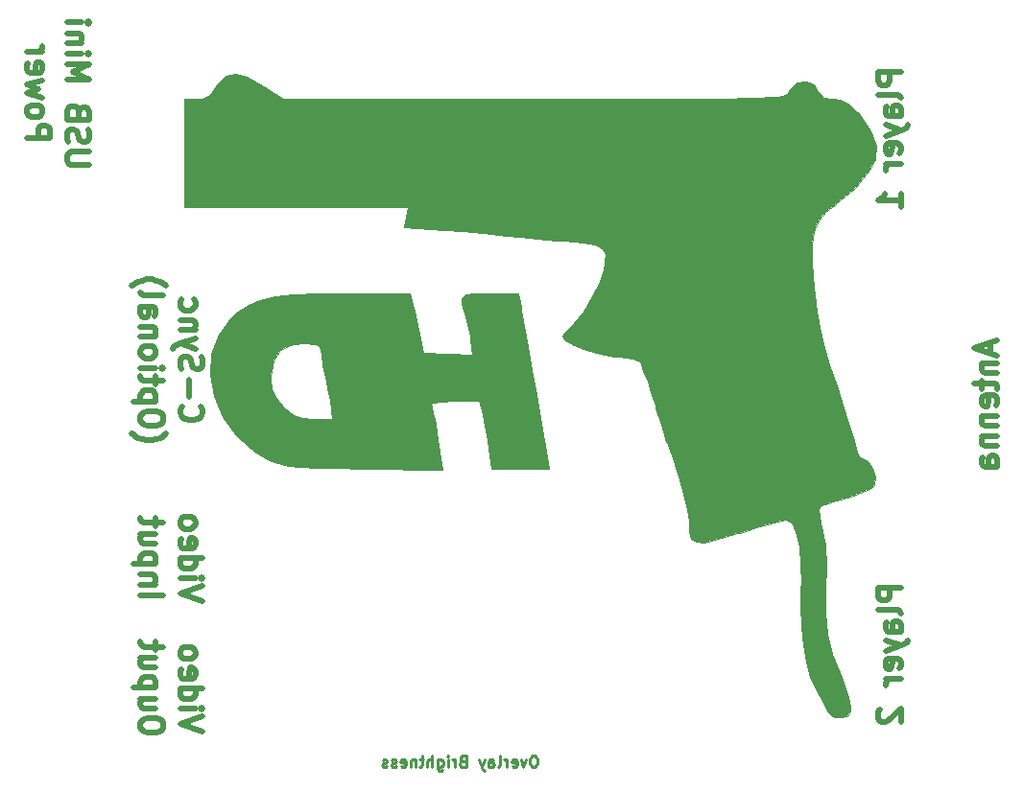
<source format=gbr>
G04 #@! TF.FileFunction,Legend,Bot*
%FSLAX46Y46*%
G04 Gerber Fmt 4.6, Leading zero omitted, Abs format (unit mm)*
G04 Created by KiCad (PCBNEW 4.0.6) date Sunday, 17 September 2017 'AMt' 11:44:48*
%MOMM*%
%LPD*%
G01*
G04 APERTURE LIST*
%ADD10C,0.100000*%
%ADD11C,0.250000*%
%ADD12C,0.500000*%
%ADD13C,0.010000*%
G04 APERTURE END LIST*
D10*
D11*
X150619049Y-133952381D02*
X150428572Y-133952381D01*
X150333334Y-134000000D01*
X150238096Y-134095238D01*
X150190477Y-134285714D01*
X150190477Y-134619048D01*
X150238096Y-134809524D01*
X150333334Y-134904762D01*
X150428572Y-134952381D01*
X150619049Y-134952381D01*
X150714287Y-134904762D01*
X150809525Y-134809524D01*
X150857144Y-134619048D01*
X150857144Y-134285714D01*
X150809525Y-134095238D01*
X150714287Y-134000000D01*
X150619049Y-133952381D01*
X149857144Y-134285714D02*
X149619049Y-134952381D01*
X149380953Y-134285714D01*
X148619048Y-134904762D02*
X148714286Y-134952381D01*
X148904763Y-134952381D01*
X149000001Y-134904762D01*
X149047620Y-134809524D01*
X149047620Y-134428571D01*
X149000001Y-134333333D01*
X148904763Y-134285714D01*
X148714286Y-134285714D01*
X148619048Y-134333333D01*
X148571429Y-134428571D01*
X148571429Y-134523810D01*
X149047620Y-134619048D01*
X148142858Y-134952381D02*
X148142858Y-134285714D01*
X148142858Y-134476190D02*
X148095239Y-134380952D01*
X148047620Y-134333333D01*
X147952382Y-134285714D01*
X147857143Y-134285714D01*
X147380953Y-134952381D02*
X147476191Y-134904762D01*
X147523810Y-134809524D01*
X147523810Y-133952381D01*
X146571428Y-134952381D02*
X146571428Y-134428571D01*
X146619047Y-134333333D01*
X146714285Y-134285714D01*
X146904762Y-134285714D01*
X147000000Y-134333333D01*
X146571428Y-134904762D02*
X146666666Y-134952381D01*
X146904762Y-134952381D01*
X147000000Y-134904762D01*
X147047619Y-134809524D01*
X147047619Y-134714286D01*
X147000000Y-134619048D01*
X146904762Y-134571429D01*
X146666666Y-134571429D01*
X146571428Y-134523810D01*
X146190476Y-134285714D02*
X145952381Y-134952381D01*
X145714285Y-134285714D02*
X145952381Y-134952381D01*
X146047619Y-135190476D01*
X146095238Y-135238095D01*
X146190476Y-135285714D01*
X144238094Y-134428571D02*
X144095237Y-134476190D01*
X144047618Y-134523810D01*
X143999999Y-134619048D01*
X143999999Y-134761905D01*
X144047618Y-134857143D01*
X144095237Y-134904762D01*
X144190475Y-134952381D01*
X144571428Y-134952381D01*
X144571428Y-133952381D01*
X144238094Y-133952381D01*
X144142856Y-134000000D01*
X144095237Y-134047619D01*
X144047618Y-134142857D01*
X144047618Y-134238095D01*
X144095237Y-134333333D01*
X144142856Y-134380952D01*
X144238094Y-134428571D01*
X144571428Y-134428571D01*
X143571428Y-134952381D02*
X143571428Y-134285714D01*
X143571428Y-134476190D02*
X143523809Y-134380952D01*
X143476190Y-134333333D01*
X143380952Y-134285714D01*
X143285713Y-134285714D01*
X142952380Y-134952381D02*
X142952380Y-134285714D01*
X142952380Y-133952381D02*
X142999999Y-134000000D01*
X142952380Y-134047619D01*
X142904761Y-134000000D01*
X142952380Y-133952381D01*
X142952380Y-134047619D01*
X142047618Y-134285714D02*
X142047618Y-135095238D01*
X142095237Y-135190476D01*
X142142856Y-135238095D01*
X142238095Y-135285714D01*
X142380952Y-135285714D01*
X142476190Y-135238095D01*
X142047618Y-134904762D02*
X142142856Y-134952381D01*
X142333333Y-134952381D01*
X142428571Y-134904762D01*
X142476190Y-134857143D01*
X142523809Y-134761905D01*
X142523809Y-134476190D01*
X142476190Y-134380952D01*
X142428571Y-134333333D01*
X142333333Y-134285714D01*
X142142856Y-134285714D01*
X142047618Y-134333333D01*
X141571428Y-134952381D02*
X141571428Y-133952381D01*
X141142856Y-134952381D02*
X141142856Y-134428571D01*
X141190475Y-134333333D01*
X141285713Y-134285714D01*
X141428571Y-134285714D01*
X141523809Y-134333333D01*
X141571428Y-134380952D01*
X140809523Y-134285714D02*
X140428571Y-134285714D01*
X140666666Y-133952381D02*
X140666666Y-134809524D01*
X140619047Y-134904762D01*
X140523809Y-134952381D01*
X140428571Y-134952381D01*
X140095237Y-134285714D02*
X140095237Y-134952381D01*
X140095237Y-134380952D02*
X140047618Y-134333333D01*
X139952380Y-134285714D01*
X139809522Y-134285714D01*
X139714284Y-134333333D01*
X139666665Y-134428571D01*
X139666665Y-134952381D01*
X138809522Y-134904762D02*
X138904760Y-134952381D01*
X139095237Y-134952381D01*
X139190475Y-134904762D01*
X139238094Y-134809524D01*
X139238094Y-134428571D01*
X139190475Y-134333333D01*
X139095237Y-134285714D01*
X138904760Y-134285714D01*
X138809522Y-134333333D01*
X138761903Y-134428571D01*
X138761903Y-134523810D01*
X139238094Y-134619048D01*
X138380951Y-134904762D02*
X138285713Y-134952381D01*
X138095237Y-134952381D01*
X137999998Y-134904762D01*
X137952379Y-134809524D01*
X137952379Y-134761905D01*
X137999998Y-134666667D01*
X138095237Y-134619048D01*
X138238094Y-134619048D01*
X138333332Y-134571429D01*
X138380951Y-134476190D01*
X138380951Y-134428571D01*
X138333332Y-134333333D01*
X138238094Y-134285714D01*
X138095237Y-134285714D01*
X137999998Y-134333333D01*
X137571427Y-134904762D02*
X137476189Y-134952381D01*
X137285713Y-134952381D01*
X137190474Y-134904762D01*
X137142855Y-134809524D01*
X137142855Y-134761905D01*
X137190474Y-134666667D01*
X137285713Y-134619048D01*
X137428570Y-134619048D01*
X137523808Y-134571429D01*
X137571427Y-134476190D01*
X137571427Y-134428571D01*
X137523808Y-134333333D01*
X137428570Y-134285714D01*
X137285713Y-134285714D01*
X137190474Y-134333333D01*
D12*
X190833333Y-97476190D02*
X190833333Y-98428571D01*
X191404762Y-97285714D02*
X189404762Y-97952381D01*
X191404762Y-98619048D01*
X190071429Y-99285714D02*
X191404762Y-99285714D01*
X190261905Y-99285714D02*
X190166667Y-99380953D01*
X190071429Y-99571429D01*
X190071429Y-99857143D01*
X190166667Y-100047619D01*
X190357143Y-100142857D01*
X191404762Y-100142857D01*
X190071429Y-100809524D02*
X190071429Y-101571429D01*
X189404762Y-101095238D02*
X191119048Y-101095238D01*
X191309524Y-101190477D01*
X191404762Y-101380953D01*
X191404762Y-101571429D01*
X191309524Y-103000000D02*
X191404762Y-102809524D01*
X191404762Y-102428572D01*
X191309524Y-102238095D01*
X191119048Y-102142857D01*
X190357143Y-102142857D01*
X190166667Y-102238095D01*
X190071429Y-102428572D01*
X190071429Y-102809524D01*
X190166667Y-103000000D01*
X190357143Y-103095238D01*
X190547619Y-103095238D01*
X190738095Y-102142857D01*
X190071429Y-103952381D02*
X191404762Y-103952381D01*
X190261905Y-103952381D02*
X190166667Y-104047620D01*
X190071429Y-104238096D01*
X190071429Y-104523810D01*
X190166667Y-104714286D01*
X190357143Y-104809524D01*
X191404762Y-104809524D01*
X190071429Y-105761905D02*
X191404762Y-105761905D01*
X190261905Y-105761905D02*
X190166667Y-105857144D01*
X190071429Y-106047620D01*
X190071429Y-106333334D01*
X190166667Y-106523810D01*
X190357143Y-106619048D01*
X191404762Y-106619048D01*
X191404762Y-108428572D02*
X190357143Y-108428572D01*
X190166667Y-108333334D01*
X190071429Y-108142858D01*
X190071429Y-107761906D01*
X190166667Y-107571429D01*
X191309524Y-108428572D02*
X191404762Y-108238096D01*
X191404762Y-107761906D01*
X191309524Y-107571429D01*
X191119048Y-107476191D01*
X190928571Y-107476191D01*
X190738095Y-107571429D01*
X190642857Y-107761906D01*
X190642857Y-108238096D01*
X190547619Y-108428572D01*
X111345238Y-81785715D02*
X109726190Y-81785715D01*
X109535714Y-81690476D01*
X109440476Y-81595238D01*
X109345238Y-81404762D01*
X109345238Y-81023810D01*
X109440476Y-80833334D01*
X109535714Y-80738095D01*
X109726190Y-80642857D01*
X111345238Y-80642857D01*
X109440476Y-79785715D02*
X109345238Y-79500000D01*
X109345238Y-79023810D01*
X109440476Y-78833334D01*
X109535714Y-78738096D01*
X109726190Y-78642857D01*
X109916667Y-78642857D01*
X110107143Y-78738096D01*
X110202381Y-78833334D01*
X110297619Y-79023810D01*
X110392857Y-79404762D01*
X110488095Y-79595238D01*
X110583333Y-79690477D01*
X110773810Y-79785715D01*
X110964286Y-79785715D01*
X111154762Y-79690477D01*
X111250000Y-79595238D01*
X111345238Y-79404762D01*
X111345238Y-78928572D01*
X111250000Y-78642857D01*
X110392857Y-77119048D02*
X110297619Y-76833334D01*
X110202381Y-76738095D01*
X110011905Y-76642857D01*
X109726190Y-76642857D01*
X109535714Y-76738095D01*
X109440476Y-76833334D01*
X109345238Y-77023810D01*
X109345238Y-77785715D01*
X111345238Y-77785715D01*
X111345238Y-77119048D01*
X111250000Y-76928572D01*
X111154762Y-76833334D01*
X110964286Y-76738095D01*
X110773810Y-76738095D01*
X110583333Y-76833334D01*
X110488095Y-76928572D01*
X110392857Y-77119048D01*
X110392857Y-77785715D01*
X109345238Y-74261905D02*
X111345238Y-74261905D01*
X109916667Y-73595238D01*
X111345238Y-72928571D01*
X109345238Y-72928571D01*
X109345238Y-71976191D02*
X110678571Y-71976191D01*
X111345238Y-71976191D02*
X111250000Y-72071429D01*
X111154762Y-71976191D01*
X111250000Y-71880952D01*
X111345238Y-71976191D01*
X111154762Y-71976191D01*
X110678571Y-71023810D02*
X109345238Y-71023810D01*
X110488095Y-71023810D02*
X110583333Y-70928571D01*
X110678571Y-70738095D01*
X110678571Y-70452381D01*
X110583333Y-70261905D01*
X110392857Y-70166667D01*
X109345238Y-70166667D01*
X109345238Y-69214286D02*
X110678571Y-69214286D01*
X111345238Y-69214286D02*
X111250000Y-69309524D01*
X111154762Y-69214286D01*
X111250000Y-69119047D01*
X111345238Y-69214286D01*
X111154762Y-69214286D01*
X105845238Y-79452381D02*
X107845238Y-79452381D01*
X107845238Y-78690476D01*
X107750000Y-78500000D01*
X107654762Y-78404761D01*
X107464286Y-78309523D01*
X107178571Y-78309523D01*
X106988095Y-78404761D01*
X106892857Y-78500000D01*
X106797619Y-78690476D01*
X106797619Y-79452381D01*
X105845238Y-77166666D02*
X105940476Y-77357142D01*
X106035714Y-77452381D01*
X106226190Y-77547619D01*
X106797619Y-77547619D01*
X106988095Y-77452381D01*
X107083333Y-77357142D01*
X107178571Y-77166666D01*
X107178571Y-76880952D01*
X107083333Y-76690476D01*
X106988095Y-76595238D01*
X106797619Y-76500000D01*
X106226190Y-76500000D01*
X106035714Y-76595238D01*
X105940476Y-76690476D01*
X105845238Y-76880952D01*
X105845238Y-77166666D01*
X107178571Y-75833333D02*
X105845238Y-75452380D01*
X106797619Y-75071428D01*
X105845238Y-74690476D01*
X107178571Y-74309523D01*
X105940476Y-72785714D02*
X105845238Y-72976190D01*
X105845238Y-73357142D01*
X105940476Y-73547619D01*
X106130952Y-73642857D01*
X106892857Y-73642857D01*
X107083333Y-73547619D01*
X107178571Y-73357142D01*
X107178571Y-72976190D01*
X107083333Y-72785714D01*
X106892857Y-72690476D01*
X106702381Y-72690476D01*
X106511905Y-73642857D01*
X105845238Y-71833333D02*
X107178571Y-71833333D01*
X106797619Y-71833333D02*
X106988095Y-71738094D01*
X107083333Y-71642856D01*
X107178571Y-71452380D01*
X107178571Y-71261904D01*
X119535714Y-103095238D02*
X119440476Y-103190476D01*
X119345238Y-103476191D01*
X119345238Y-103666667D01*
X119440476Y-103952381D01*
X119630952Y-104142857D01*
X119821429Y-104238096D01*
X120202381Y-104333334D01*
X120488095Y-104333334D01*
X120869048Y-104238096D01*
X121059524Y-104142857D01*
X121250000Y-103952381D01*
X121345238Y-103666667D01*
X121345238Y-103476191D01*
X121250000Y-103190476D01*
X121154762Y-103095238D01*
X120107143Y-102238096D02*
X120107143Y-100714286D01*
X119440476Y-99857144D02*
X119345238Y-99571429D01*
X119345238Y-99095239D01*
X119440476Y-98904763D01*
X119535714Y-98809525D01*
X119726190Y-98714286D01*
X119916667Y-98714286D01*
X120107143Y-98809525D01*
X120202381Y-98904763D01*
X120297619Y-99095239D01*
X120392857Y-99476191D01*
X120488095Y-99666667D01*
X120583333Y-99761906D01*
X120773810Y-99857144D01*
X120964286Y-99857144D01*
X121154762Y-99761906D01*
X121250000Y-99666667D01*
X121345238Y-99476191D01*
X121345238Y-99000001D01*
X121250000Y-98714286D01*
X120678571Y-98047620D02*
X119345238Y-97571429D01*
X120678571Y-97095239D02*
X119345238Y-97571429D01*
X118869048Y-97761905D01*
X118773810Y-97857144D01*
X118678571Y-98047620D01*
X120678571Y-96333334D02*
X119345238Y-96333334D01*
X120488095Y-96333334D02*
X120583333Y-96238095D01*
X120678571Y-96047619D01*
X120678571Y-95761905D01*
X120583333Y-95571429D01*
X120392857Y-95476191D01*
X119345238Y-95476191D01*
X119440476Y-93666667D02*
X119345238Y-93857143D01*
X119345238Y-94238095D01*
X119440476Y-94428571D01*
X119535714Y-94523810D01*
X119726190Y-94619048D01*
X120297619Y-94619048D01*
X120488095Y-94523810D01*
X120583333Y-94428571D01*
X120678571Y-94238095D01*
X120678571Y-93857143D01*
X120583333Y-93666667D01*
X115083333Y-105523809D02*
X115178571Y-105619047D01*
X115464286Y-105809523D01*
X115654762Y-105904761D01*
X115940476Y-105999999D01*
X116416667Y-106095238D01*
X116797619Y-106095238D01*
X117273810Y-105999999D01*
X117559524Y-105904761D01*
X117750000Y-105809523D01*
X118035714Y-105619047D01*
X118130952Y-105523809D01*
X117845238Y-104380952D02*
X117845238Y-104000000D01*
X117750000Y-103809524D01*
X117559524Y-103619047D01*
X117178571Y-103523809D01*
X116511905Y-103523809D01*
X116130952Y-103619047D01*
X115940476Y-103809524D01*
X115845238Y-104000000D01*
X115845238Y-104380952D01*
X115940476Y-104571428D01*
X116130952Y-104761905D01*
X116511905Y-104857143D01*
X117178571Y-104857143D01*
X117559524Y-104761905D01*
X117750000Y-104571428D01*
X117845238Y-104380952D01*
X117178571Y-102666667D02*
X115178571Y-102666667D01*
X117083333Y-102666667D02*
X117178571Y-102476190D01*
X117178571Y-102095238D01*
X117083333Y-101904762D01*
X116988095Y-101809524D01*
X116797619Y-101714286D01*
X116226190Y-101714286D01*
X116035714Y-101809524D01*
X115940476Y-101904762D01*
X115845238Y-102095238D01*
X115845238Y-102476190D01*
X115940476Y-102666667D01*
X117178571Y-101142857D02*
X117178571Y-100380952D01*
X117845238Y-100857143D02*
X116130952Y-100857143D01*
X115940476Y-100761904D01*
X115845238Y-100571428D01*
X115845238Y-100380952D01*
X115845238Y-99714286D02*
X117178571Y-99714286D01*
X117845238Y-99714286D02*
X117750000Y-99809524D01*
X117654762Y-99714286D01*
X117750000Y-99619047D01*
X117845238Y-99714286D01*
X117654762Y-99714286D01*
X115845238Y-98476190D02*
X115940476Y-98666666D01*
X116035714Y-98761905D01*
X116226190Y-98857143D01*
X116797619Y-98857143D01*
X116988095Y-98761905D01*
X117083333Y-98666666D01*
X117178571Y-98476190D01*
X117178571Y-98190476D01*
X117083333Y-98000000D01*
X116988095Y-97904762D01*
X116797619Y-97809524D01*
X116226190Y-97809524D01*
X116035714Y-97904762D01*
X115940476Y-98000000D01*
X115845238Y-98190476D01*
X115845238Y-98476190D01*
X117178571Y-96952381D02*
X115845238Y-96952381D01*
X116988095Y-96952381D02*
X117083333Y-96857142D01*
X117178571Y-96666666D01*
X117178571Y-96380952D01*
X117083333Y-96190476D01*
X116892857Y-96095238D01*
X115845238Y-96095238D01*
X115845238Y-94285714D02*
X116892857Y-94285714D01*
X117083333Y-94380952D01*
X117178571Y-94571428D01*
X117178571Y-94952380D01*
X117083333Y-95142857D01*
X115940476Y-94285714D02*
X115845238Y-94476190D01*
X115845238Y-94952380D01*
X115940476Y-95142857D01*
X116130952Y-95238095D01*
X116321429Y-95238095D01*
X116511905Y-95142857D01*
X116607143Y-94952380D01*
X116607143Y-94476190D01*
X116702381Y-94285714D01*
X115845238Y-93047618D02*
X115940476Y-93238094D01*
X116130952Y-93333333D01*
X117845238Y-93333333D01*
X115083333Y-92476190D02*
X115178571Y-92380952D01*
X115464286Y-92190475D01*
X115654762Y-92095237D01*
X115940476Y-91999999D01*
X116416667Y-91904761D01*
X116797619Y-91904761D01*
X117273810Y-91999999D01*
X117559524Y-92095237D01*
X117750000Y-92190475D01*
X118035714Y-92380952D01*
X118130952Y-92476190D01*
X121345238Y-120309524D02*
X119345238Y-119642857D01*
X121345238Y-118976190D01*
X119345238Y-118309524D02*
X120678571Y-118309524D01*
X121345238Y-118309524D02*
X121250000Y-118404762D01*
X121154762Y-118309524D01*
X121250000Y-118214285D01*
X121345238Y-118309524D01*
X121154762Y-118309524D01*
X119345238Y-116500000D02*
X121345238Y-116500000D01*
X119440476Y-116500000D02*
X119345238Y-116690476D01*
X119345238Y-117071428D01*
X119440476Y-117261904D01*
X119535714Y-117357143D01*
X119726190Y-117452381D01*
X120297619Y-117452381D01*
X120488095Y-117357143D01*
X120583333Y-117261904D01*
X120678571Y-117071428D01*
X120678571Y-116690476D01*
X120583333Y-116500000D01*
X119440476Y-114785714D02*
X119345238Y-114976190D01*
X119345238Y-115357142D01*
X119440476Y-115547619D01*
X119630952Y-115642857D01*
X120392857Y-115642857D01*
X120583333Y-115547619D01*
X120678571Y-115357142D01*
X120678571Y-114976190D01*
X120583333Y-114785714D01*
X120392857Y-114690476D01*
X120202381Y-114690476D01*
X120011905Y-115642857D01*
X119345238Y-113547618D02*
X119440476Y-113738094D01*
X119535714Y-113833333D01*
X119726190Y-113928571D01*
X120297619Y-113928571D01*
X120488095Y-113833333D01*
X120583333Y-113738094D01*
X120678571Y-113547618D01*
X120678571Y-113261904D01*
X120583333Y-113071428D01*
X120488095Y-112976190D01*
X120297619Y-112880952D01*
X119726190Y-112880952D01*
X119535714Y-112976190D01*
X119440476Y-113071428D01*
X119345238Y-113261904D01*
X119345238Y-113547618D01*
X115845238Y-119785715D02*
X117845238Y-119785715D01*
X117178571Y-118833334D02*
X115845238Y-118833334D01*
X116988095Y-118833334D02*
X117083333Y-118738095D01*
X117178571Y-118547619D01*
X117178571Y-118261905D01*
X117083333Y-118071429D01*
X116892857Y-117976191D01*
X115845238Y-117976191D01*
X117178571Y-117023810D02*
X115178571Y-117023810D01*
X117083333Y-117023810D02*
X117178571Y-116833333D01*
X117178571Y-116452381D01*
X117083333Y-116261905D01*
X116988095Y-116166667D01*
X116797619Y-116071429D01*
X116226190Y-116071429D01*
X116035714Y-116166667D01*
X115940476Y-116261905D01*
X115845238Y-116452381D01*
X115845238Y-116833333D01*
X115940476Y-117023810D01*
X117178571Y-114357143D02*
X115845238Y-114357143D01*
X117178571Y-115214286D02*
X116130952Y-115214286D01*
X115940476Y-115119047D01*
X115845238Y-114928571D01*
X115845238Y-114642857D01*
X115940476Y-114452381D01*
X116035714Y-114357143D01*
X117178571Y-113690476D02*
X117178571Y-112928571D01*
X117845238Y-113404762D02*
X116130952Y-113404762D01*
X115940476Y-113309523D01*
X115845238Y-113119047D01*
X115845238Y-112928571D01*
X121345238Y-131809524D02*
X119345238Y-131142857D01*
X121345238Y-130476190D01*
X119345238Y-129809524D02*
X120678571Y-129809524D01*
X121345238Y-129809524D02*
X121250000Y-129904762D01*
X121154762Y-129809524D01*
X121250000Y-129714285D01*
X121345238Y-129809524D01*
X121154762Y-129809524D01*
X119345238Y-128000000D02*
X121345238Y-128000000D01*
X119440476Y-128000000D02*
X119345238Y-128190476D01*
X119345238Y-128571428D01*
X119440476Y-128761904D01*
X119535714Y-128857143D01*
X119726190Y-128952381D01*
X120297619Y-128952381D01*
X120488095Y-128857143D01*
X120583333Y-128761904D01*
X120678571Y-128571428D01*
X120678571Y-128190476D01*
X120583333Y-128000000D01*
X119440476Y-126285714D02*
X119345238Y-126476190D01*
X119345238Y-126857142D01*
X119440476Y-127047619D01*
X119630952Y-127142857D01*
X120392857Y-127142857D01*
X120583333Y-127047619D01*
X120678571Y-126857142D01*
X120678571Y-126476190D01*
X120583333Y-126285714D01*
X120392857Y-126190476D01*
X120202381Y-126190476D01*
X120011905Y-127142857D01*
X119345238Y-125047618D02*
X119440476Y-125238094D01*
X119535714Y-125333333D01*
X119726190Y-125428571D01*
X120297619Y-125428571D01*
X120488095Y-125333333D01*
X120583333Y-125238094D01*
X120678571Y-125047618D01*
X120678571Y-124761904D01*
X120583333Y-124571428D01*
X120488095Y-124476190D01*
X120297619Y-124380952D01*
X119726190Y-124380952D01*
X119535714Y-124476190D01*
X119440476Y-124571428D01*
X119345238Y-124761904D01*
X119345238Y-125047618D01*
X117845238Y-131476190D02*
X117845238Y-131095238D01*
X117750000Y-130904762D01*
X117559524Y-130714285D01*
X117178571Y-130619047D01*
X116511905Y-130619047D01*
X116130952Y-130714285D01*
X115940476Y-130904762D01*
X115845238Y-131095238D01*
X115845238Y-131476190D01*
X115940476Y-131666666D01*
X116130952Y-131857143D01*
X116511905Y-131952381D01*
X117178571Y-131952381D01*
X117559524Y-131857143D01*
X117750000Y-131666666D01*
X117845238Y-131476190D01*
X117178571Y-128904762D02*
X115845238Y-128904762D01*
X117178571Y-129761905D02*
X116130952Y-129761905D01*
X115940476Y-129666666D01*
X115845238Y-129476190D01*
X115845238Y-129190476D01*
X115940476Y-129000000D01*
X116035714Y-128904762D01*
X117178571Y-127952381D02*
X115178571Y-127952381D01*
X117083333Y-127952381D02*
X117178571Y-127761904D01*
X117178571Y-127380952D01*
X117083333Y-127190476D01*
X116988095Y-127095238D01*
X116797619Y-127000000D01*
X116226190Y-127000000D01*
X116035714Y-127095238D01*
X115940476Y-127190476D01*
X115845238Y-127380952D01*
X115845238Y-127761904D01*
X115940476Y-127952381D01*
X117178571Y-125285714D02*
X115845238Y-125285714D01*
X117178571Y-126142857D02*
X116130952Y-126142857D01*
X115940476Y-126047618D01*
X115845238Y-125857142D01*
X115845238Y-125571428D01*
X115940476Y-125380952D01*
X116035714Y-125285714D01*
X117178571Y-124619047D02*
X117178571Y-123857142D01*
X117845238Y-124333333D02*
X116130952Y-124333333D01*
X115940476Y-124238094D01*
X115845238Y-124047618D01*
X115845238Y-123857142D01*
X182904762Y-119095237D02*
X180904762Y-119095237D01*
X180904762Y-119857142D01*
X181000000Y-120047618D01*
X181095238Y-120142857D01*
X181285714Y-120238095D01*
X181571429Y-120238095D01*
X181761905Y-120142857D01*
X181857143Y-120047618D01*
X181952381Y-119857142D01*
X181952381Y-119095237D01*
X182904762Y-121380952D02*
X182809524Y-121190476D01*
X182619048Y-121095237D01*
X180904762Y-121095237D01*
X182904762Y-122999999D02*
X181857143Y-122999999D01*
X181666667Y-122904761D01*
X181571429Y-122714285D01*
X181571429Y-122333333D01*
X181666667Y-122142856D01*
X182809524Y-122999999D02*
X182904762Y-122809523D01*
X182904762Y-122333333D01*
X182809524Y-122142856D01*
X182619048Y-122047618D01*
X182428571Y-122047618D01*
X182238095Y-122142856D01*
X182142857Y-122333333D01*
X182142857Y-122809523D01*
X182047619Y-122999999D01*
X181571429Y-123761904D02*
X182904762Y-124238095D01*
X181571429Y-124714285D02*
X182904762Y-124238095D01*
X183380952Y-124047619D01*
X183476190Y-123952380D01*
X183571429Y-123761904D01*
X182809524Y-126238095D02*
X182904762Y-126047619D01*
X182904762Y-125666667D01*
X182809524Y-125476190D01*
X182619048Y-125380952D01*
X181857143Y-125380952D01*
X181666667Y-125476190D01*
X181571429Y-125666667D01*
X181571429Y-126047619D01*
X181666667Y-126238095D01*
X181857143Y-126333333D01*
X182047619Y-126333333D01*
X182238095Y-125380952D01*
X182904762Y-127190476D02*
X181571429Y-127190476D01*
X181952381Y-127190476D02*
X181761905Y-127285715D01*
X181666667Y-127380953D01*
X181571429Y-127571429D01*
X181571429Y-127761905D01*
X181095238Y-129857143D02*
X181000000Y-129952381D01*
X180904762Y-130142858D01*
X180904762Y-130619048D01*
X181000000Y-130809524D01*
X181095238Y-130904762D01*
X181285714Y-131000001D01*
X181476190Y-131000001D01*
X181761905Y-130904762D01*
X182904762Y-129761905D01*
X182904762Y-131000001D01*
X182904762Y-73595237D02*
X180904762Y-73595237D01*
X180904762Y-74357142D01*
X181000000Y-74547618D01*
X181095238Y-74642857D01*
X181285714Y-74738095D01*
X181571429Y-74738095D01*
X181761905Y-74642857D01*
X181857143Y-74547618D01*
X181952381Y-74357142D01*
X181952381Y-73595237D01*
X182904762Y-75880952D02*
X182809524Y-75690476D01*
X182619048Y-75595237D01*
X180904762Y-75595237D01*
X182904762Y-77499999D02*
X181857143Y-77499999D01*
X181666667Y-77404761D01*
X181571429Y-77214285D01*
X181571429Y-76833333D01*
X181666667Y-76642856D01*
X182809524Y-77499999D02*
X182904762Y-77309523D01*
X182904762Y-76833333D01*
X182809524Y-76642856D01*
X182619048Y-76547618D01*
X182428571Y-76547618D01*
X182238095Y-76642856D01*
X182142857Y-76833333D01*
X182142857Y-77309523D01*
X182047619Y-77499999D01*
X181571429Y-78261904D02*
X182904762Y-78738095D01*
X181571429Y-79214285D02*
X182904762Y-78738095D01*
X183380952Y-78547619D01*
X183476190Y-78452380D01*
X183571429Y-78261904D01*
X182809524Y-80738095D02*
X182904762Y-80547619D01*
X182904762Y-80166667D01*
X182809524Y-79976190D01*
X182619048Y-79880952D01*
X181857143Y-79880952D01*
X181666667Y-79976190D01*
X181571429Y-80166667D01*
X181571429Y-80547619D01*
X181666667Y-80738095D01*
X181857143Y-80833333D01*
X182047619Y-80833333D01*
X182238095Y-79880952D01*
X182904762Y-81690476D02*
X181571429Y-81690476D01*
X181952381Y-81690476D02*
X181761905Y-81785715D01*
X181666667Y-81880953D01*
X181571429Y-82071429D01*
X181571429Y-82261905D01*
X182904762Y-85500001D02*
X182904762Y-84357143D01*
X182904762Y-84928572D02*
X180904762Y-84928572D01*
X181190476Y-84738096D01*
X181380952Y-84547620D01*
X181476190Y-84357143D01*
D13*
G36*
X123380994Y-73891415D02*
X122734932Y-74519623D01*
X122502913Y-74879203D01*
X121958966Y-75619292D01*
X121347306Y-75922756D01*
X120782389Y-75964999D01*
X119702500Y-75965000D01*
X119702500Y-85490000D01*
X139466875Y-85490000D01*
X139283124Y-86408758D01*
X139099372Y-87327516D01*
X142656561Y-87543419D01*
X144337005Y-87659988D01*
X146007614Y-87800655D01*
X147433003Y-87944452D01*
X148118750Y-88029985D01*
X149299476Y-88172242D01*
X150854463Y-88324923D01*
X152523935Y-88463488D01*
X153267355Y-88516301D01*
X154881614Y-88648154D01*
X155952196Y-88835144D01*
X156570267Y-89146672D01*
X156826990Y-89652141D01*
X156813529Y-90420953D01*
X156697002Y-91127256D01*
X156346323Y-92157910D01*
X155699073Y-93425165D01*
X154891704Y-94701167D01*
X154060664Y-95758063D01*
X153721418Y-96096083D01*
X153225864Y-96624112D01*
X153040000Y-96980491D01*
X153326817Y-97317114D01*
X154083969Y-97710071D01*
X155156511Y-98105027D01*
X156389496Y-98447643D01*
X157627980Y-98683585D01*
X158030536Y-98730578D01*
X159254449Y-98900767D01*
X159895718Y-99135678D01*
X160025000Y-99351470D01*
X160170342Y-99989531D01*
X160325801Y-100337433D01*
X160554737Y-100899775D01*
X160883258Y-101878983D01*
X161246087Y-103078695D01*
X161300700Y-103270000D01*
X161661107Y-104500762D01*
X161991602Y-105556345D01*
X162227930Y-106232633D01*
X162250200Y-106286250D01*
X162805753Y-107708185D01*
X163327922Y-109291590D01*
X163766771Y-110856018D01*
X164072364Y-112221024D01*
X164194762Y-113206162D01*
X164194206Y-113310868D01*
X164213244Y-114222419D01*
X164398079Y-114813806D01*
X164832113Y-115102690D01*
X165598751Y-115106727D01*
X166781396Y-114843575D01*
X168463451Y-114330893D01*
X168680479Y-114260693D01*
X170130931Y-113804466D01*
X171394552Y-113433781D01*
X172329850Y-113188418D01*
X172781846Y-113107576D01*
X173254427Y-113410462D01*
X173645906Y-114237943D01*
X173933072Y-115482259D01*
X174092710Y-117035650D01*
X174101606Y-118790356D01*
X174083585Y-119150393D01*
X174055035Y-120748842D01*
X174131229Y-122487974D01*
X174293519Y-124189274D01*
X174523258Y-125674228D01*
X174801797Y-126764322D01*
X174905136Y-127014991D01*
X175634266Y-128493798D01*
X176158503Y-129493654D01*
X176547633Y-130108127D01*
X176871440Y-130430785D01*
X177199708Y-130555196D01*
X177560244Y-130575000D01*
X178187471Y-130485772D01*
X178416413Y-130085163D01*
X178440000Y-129631909D01*
X178309965Y-128810362D01*
X177976365Y-127720085D01*
X177692538Y-127012534D01*
X176890600Y-124998134D01*
X176427674Y-123200403D01*
X176251932Y-121335542D01*
X176296352Y-119367267D01*
X176352558Y-117184921D01*
X176218316Y-115283148D01*
X175864906Y-113328466D01*
X175725336Y-112736742D01*
X175648779Y-112198040D01*
X175855038Y-111881352D01*
X176484961Y-111642191D01*
X176898899Y-111532866D01*
X177904271Y-111251764D01*
X178737235Y-110976790D01*
X178916250Y-110905539D01*
X179727501Y-110584105D01*
X180127155Y-110444722D01*
X180551817Y-110029200D01*
X180646566Y-109324276D01*
X180442098Y-108563220D01*
X179969109Y-107979301D01*
X179789375Y-107877836D01*
X179240412Y-107498326D01*
X179075000Y-107181250D01*
X178978953Y-106766686D01*
X178712694Y-105856558D01*
X178309048Y-104556968D01*
X177800839Y-102974016D01*
X177334488Y-101555187D01*
X176632723Y-99385491D01*
X176119114Y-97636898D01*
X175753703Y-96137899D01*
X175496531Y-94716985D01*
X175307640Y-93202647D01*
X175248794Y-92603030D01*
X175089532Y-90461559D01*
X175084443Y-88831994D01*
X175262960Y-87603610D01*
X175654514Y-86665685D01*
X176288538Y-85907496D01*
X177194466Y-85218320D01*
X177215475Y-85204535D01*
X178910550Y-83826805D01*
X180158425Y-82244719D01*
X180638631Y-81266530D01*
X180752273Y-80106018D01*
X180270623Y-78773104D01*
X179189449Y-77256551D01*
X179081828Y-77132534D01*
X178293992Y-76365471D01*
X177566179Y-76023178D01*
X176948636Y-75965000D01*
X176087418Y-75844971D01*
X175707533Y-75451458D01*
X175695225Y-75409269D01*
X175249059Y-74686289D01*
X174535732Y-74389841D01*
X173758496Y-74519917D01*
X173120605Y-75076507D01*
X172953414Y-75409375D01*
X172883788Y-75517069D01*
X172732214Y-75609911D01*
X172454652Y-75688989D01*
X172007062Y-75755390D01*
X171345405Y-75810202D01*
X170425639Y-75854515D01*
X169203724Y-75889416D01*
X167635622Y-75915994D01*
X165677291Y-75935336D01*
X163284691Y-75948532D01*
X160413783Y-75956668D01*
X157020526Y-75960833D01*
X153060881Y-75962117D01*
X150589340Y-75961983D01*
X128433750Y-75958967D01*
X126528750Y-74767013D01*
X125173705Y-74018014D01*
X124159186Y-73725180D01*
X123380994Y-73891415D01*
X123380994Y-73891415D01*
G37*
X123380994Y-73891415D02*
X122734932Y-74519623D01*
X122502913Y-74879203D01*
X121958966Y-75619292D01*
X121347306Y-75922756D01*
X120782389Y-75964999D01*
X119702500Y-75965000D01*
X119702500Y-85490000D01*
X139466875Y-85490000D01*
X139283124Y-86408758D01*
X139099372Y-87327516D01*
X142656561Y-87543419D01*
X144337005Y-87659988D01*
X146007614Y-87800655D01*
X147433003Y-87944452D01*
X148118750Y-88029985D01*
X149299476Y-88172242D01*
X150854463Y-88324923D01*
X152523935Y-88463488D01*
X153267355Y-88516301D01*
X154881614Y-88648154D01*
X155952196Y-88835144D01*
X156570267Y-89146672D01*
X156826990Y-89652141D01*
X156813529Y-90420953D01*
X156697002Y-91127256D01*
X156346323Y-92157910D01*
X155699073Y-93425165D01*
X154891704Y-94701167D01*
X154060664Y-95758063D01*
X153721418Y-96096083D01*
X153225864Y-96624112D01*
X153040000Y-96980491D01*
X153326817Y-97317114D01*
X154083969Y-97710071D01*
X155156511Y-98105027D01*
X156389496Y-98447643D01*
X157627980Y-98683585D01*
X158030536Y-98730578D01*
X159254449Y-98900767D01*
X159895718Y-99135678D01*
X160025000Y-99351470D01*
X160170342Y-99989531D01*
X160325801Y-100337433D01*
X160554737Y-100899775D01*
X160883258Y-101878983D01*
X161246087Y-103078695D01*
X161300700Y-103270000D01*
X161661107Y-104500762D01*
X161991602Y-105556345D01*
X162227930Y-106232633D01*
X162250200Y-106286250D01*
X162805753Y-107708185D01*
X163327922Y-109291590D01*
X163766771Y-110856018D01*
X164072364Y-112221024D01*
X164194762Y-113206162D01*
X164194206Y-113310868D01*
X164213244Y-114222419D01*
X164398079Y-114813806D01*
X164832113Y-115102690D01*
X165598751Y-115106727D01*
X166781396Y-114843575D01*
X168463451Y-114330893D01*
X168680479Y-114260693D01*
X170130931Y-113804466D01*
X171394552Y-113433781D01*
X172329850Y-113188418D01*
X172781846Y-113107576D01*
X173254427Y-113410462D01*
X173645906Y-114237943D01*
X173933072Y-115482259D01*
X174092710Y-117035650D01*
X174101606Y-118790356D01*
X174083585Y-119150393D01*
X174055035Y-120748842D01*
X174131229Y-122487974D01*
X174293519Y-124189274D01*
X174523258Y-125674228D01*
X174801797Y-126764322D01*
X174905136Y-127014991D01*
X175634266Y-128493798D01*
X176158503Y-129493654D01*
X176547633Y-130108127D01*
X176871440Y-130430785D01*
X177199708Y-130555196D01*
X177560244Y-130575000D01*
X178187471Y-130485772D01*
X178416413Y-130085163D01*
X178440000Y-129631909D01*
X178309965Y-128810362D01*
X177976365Y-127720085D01*
X177692538Y-127012534D01*
X176890600Y-124998134D01*
X176427674Y-123200403D01*
X176251932Y-121335542D01*
X176296352Y-119367267D01*
X176352558Y-117184921D01*
X176218316Y-115283148D01*
X175864906Y-113328466D01*
X175725336Y-112736742D01*
X175648779Y-112198040D01*
X175855038Y-111881352D01*
X176484961Y-111642191D01*
X176898899Y-111532866D01*
X177904271Y-111251764D01*
X178737235Y-110976790D01*
X178916250Y-110905539D01*
X179727501Y-110584105D01*
X180127155Y-110444722D01*
X180551817Y-110029200D01*
X180646566Y-109324276D01*
X180442098Y-108563220D01*
X179969109Y-107979301D01*
X179789375Y-107877836D01*
X179240412Y-107498326D01*
X179075000Y-107181250D01*
X178978953Y-106766686D01*
X178712694Y-105856558D01*
X178309048Y-104556968D01*
X177800839Y-102974016D01*
X177334488Y-101555187D01*
X176632723Y-99385491D01*
X176119114Y-97636898D01*
X175753703Y-96137899D01*
X175496531Y-94716985D01*
X175307640Y-93202647D01*
X175248794Y-92603030D01*
X175089532Y-90461559D01*
X175084443Y-88831994D01*
X175262960Y-87603610D01*
X175654514Y-86665685D01*
X176288538Y-85907496D01*
X177194466Y-85218320D01*
X177215475Y-85204535D01*
X178910550Y-83826805D01*
X180158425Y-82244719D01*
X180638631Y-81266530D01*
X180752273Y-80106018D01*
X180270623Y-78773104D01*
X179189449Y-77256551D01*
X179081828Y-77132534D01*
X178293992Y-76365471D01*
X177566179Y-76023178D01*
X176948636Y-75965000D01*
X176087418Y-75844971D01*
X175707533Y-75451458D01*
X175695225Y-75409269D01*
X175249059Y-74686289D01*
X174535732Y-74389841D01*
X173758496Y-74519917D01*
X173120605Y-75076507D01*
X172953414Y-75409375D01*
X172883788Y-75517069D01*
X172732214Y-75609911D01*
X172454652Y-75688989D01*
X172007062Y-75755390D01*
X171345405Y-75810202D01*
X170425639Y-75854515D01*
X169203724Y-75889416D01*
X167635622Y-75915994D01*
X165677291Y-75935336D01*
X163284691Y-75948532D01*
X160413783Y-75956668D01*
X157020526Y-75960833D01*
X153060881Y-75962117D01*
X150589340Y-75961983D01*
X128433750Y-75958967D01*
X126528750Y-74767013D01*
X125173705Y-74018014D01*
X124159186Y-73725180D01*
X123380994Y-73891415D01*
G36*
X145329353Y-93128721D02*
X144547198Y-93237499D01*
X144204040Y-93515250D01*
X144201927Y-94040891D01*
X144441293Y-94888246D01*
X144676222Y-95813508D01*
X144888206Y-96935624D01*
X144923637Y-97172770D01*
X145114688Y-98536790D01*
X140816250Y-98348750D01*
X140549539Y-97078750D01*
X140288648Y-95893023D01*
X139995262Y-94634882D01*
X139952651Y-94459375D01*
X139622475Y-93110000D01*
X134076978Y-93110000D01*
X131452231Y-93138429D01*
X129364532Y-93237291D01*
X127717908Y-93426945D01*
X126416386Y-93727751D01*
X125363992Y-94160071D01*
X124464751Y-94744263D01*
X123848134Y-95279972D01*
X122714856Y-96761889D01*
X122098831Y-98475369D01*
X121974319Y-100322759D01*
X122315580Y-102206405D01*
X123096874Y-104028655D01*
X124292461Y-105691854D01*
X125876602Y-107098349D01*
X127163750Y-107858857D01*
X127652733Y-108066469D01*
X128222333Y-108226487D01*
X128965403Y-108347252D01*
X129974798Y-108437103D01*
X131343370Y-108504381D01*
X133163974Y-108557425D01*
X135450922Y-108603188D01*
X142468094Y-108727411D01*
X142066806Y-106013301D01*
X141861814Y-104743001D01*
X141761893Y-104222500D01*
X132741872Y-104222500D01*
X131154019Y-104222500D01*
X130101773Y-104159947D01*
X129359756Y-103884083D01*
X128608385Y-103262597D01*
X128444334Y-103100666D01*
X127742797Y-102308435D01*
X127413471Y-101584389D01*
X127323549Y-100611769D01*
X127322500Y-100424960D01*
X127533822Y-99060263D01*
X128183393Y-98144336D01*
X129294618Y-97655220D01*
X130381568Y-97555000D01*
X131243350Y-97585519D01*
X131645158Y-97755361D01*
X131761639Y-98181949D01*
X131767500Y-98486830D01*
X131863618Y-99455224D01*
X132039872Y-100153705D01*
X132239095Y-100896365D01*
X132440341Y-101961100D01*
X132527058Y-102555625D01*
X132741872Y-104222500D01*
X141761893Y-104222500D01*
X141662564Y-103705088D01*
X141502464Y-103067347D01*
X141460271Y-102967095D01*
X141628279Y-102773375D01*
X142414548Y-102662610D01*
X143484025Y-102635000D01*
X145713025Y-102635000D01*
X146021491Y-103825625D01*
X146237909Y-104841209D01*
X146450235Y-106121028D01*
X146546562Y-106841875D01*
X146763167Y-108667500D01*
X151839473Y-108667500D01*
X151676388Y-107635625D01*
X151426225Y-106090537D01*
X151107912Y-104180208D01*
X150748486Y-102061398D01*
X150374982Y-99890866D01*
X150014437Y-97825372D01*
X149693887Y-96021675D01*
X149440367Y-94636536D01*
X149376527Y-94300625D01*
X149146916Y-93110000D01*
X146648458Y-93110000D01*
X145329353Y-93128721D01*
X145329353Y-93128721D01*
G37*
X145329353Y-93128721D02*
X144547198Y-93237499D01*
X144204040Y-93515250D01*
X144201927Y-94040891D01*
X144441293Y-94888246D01*
X144676222Y-95813508D01*
X144888206Y-96935624D01*
X144923637Y-97172770D01*
X145114688Y-98536790D01*
X140816250Y-98348750D01*
X140549539Y-97078750D01*
X140288648Y-95893023D01*
X139995262Y-94634882D01*
X139952651Y-94459375D01*
X139622475Y-93110000D01*
X134076978Y-93110000D01*
X131452231Y-93138429D01*
X129364532Y-93237291D01*
X127717908Y-93426945D01*
X126416386Y-93727751D01*
X125363992Y-94160071D01*
X124464751Y-94744263D01*
X123848134Y-95279972D01*
X122714856Y-96761889D01*
X122098831Y-98475369D01*
X121974319Y-100322759D01*
X122315580Y-102206405D01*
X123096874Y-104028655D01*
X124292461Y-105691854D01*
X125876602Y-107098349D01*
X127163750Y-107858857D01*
X127652733Y-108066469D01*
X128222333Y-108226487D01*
X128965403Y-108347252D01*
X129974798Y-108437103D01*
X131343370Y-108504381D01*
X133163974Y-108557425D01*
X135450922Y-108603188D01*
X142468094Y-108727411D01*
X142066806Y-106013301D01*
X141861814Y-104743001D01*
X141761893Y-104222500D01*
X132741872Y-104222500D01*
X131154019Y-104222500D01*
X130101773Y-104159947D01*
X129359756Y-103884083D01*
X128608385Y-103262597D01*
X128444334Y-103100666D01*
X127742797Y-102308435D01*
X127413471Y-101584389D01*
X127323549Y-100611769D01*
X127322500Y-100424960D01*
X127533822Y-99060263D01*
X128183393Y-98144336D01*
X129294618Y-97655220D01*
X130381568Y-97555000D01*
X131243350Y-97585519D01*
X131645158Y-97755361D01*
X131761639Y-98181949D01*
X131767500Y-98486830D01*
X131863618Y-99455224D01*
X132039872Y-100153705D01*
X132239095Y-100896365D01*
X132440341Y-101961100D01*
X132527058Y-102555625D01*
X132741872Y-104222500D01*
X141761893Y-104222500D01*
X141662564Y-103705088D01*
X141502464Y-103067347D01*
X141460271Y-102967095D01*
X141628279Y-102773375D01*
X142414548Y-102662610D01*
X143484025Y-102635000D01*
X145713025Y-102635000D01*
X146021491Y-103825625D01*
X146237909Y-104841209D01*
X146450235Y-106121028D01*
X146546562Y-106841875D01*
X146763167Y-108667500D01*
X151839473Y-108667500D01*
X151676388Y-107635625D01*
X151426225Y-106090537D01*
X151107912Y-104180208D01*
X150748486Y-102061398D01*
X150374982Y-99890866D01*
X150014437Y-97825372D01*
X149693887Y-96021675D01*
X149440367Y-94636536D01*
X149376527Y-94300625D01*
X149146916Y-93110000D01*
X146648458Y-93110000D01*
X145329353Y-93128721D01*
M02*

</source>
